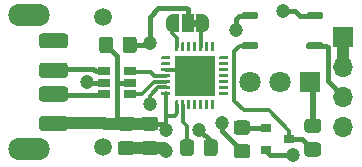
<source format=gtl>
G04 #@! TF.GenerationSoftware,KiCad,Pcbnew,5.1.9+dfsg1-1+deb11u1*
G04 #@! TF.CreationDate,2023-08-09T03:16:42+03:00*
G04 #@! TF.ProjectId,PTT-USB-Cable,5054542d-5553-4422-9d43-61626c652e6b,A*
G04 #@! TF.SameCoordinates,Original*
G04 #@! TF.FileFunction,Copper,L1,Top*
G04 #@! TF.FilePolarity,Positive*
%FSLAX46Y46*%
G04 Gerber Fmt 4.6, Leading zero omitted, Abs format (unit mm)*
G04 Created by KiCad (PCBNEW 5.1.9+dfsg1-1+deb11u1) date 2023-08-09 03:16:42*
%MOMM*%
%LPD*%
G01*
G04 APERTURE LIST*
G04 #@! TA.AperFunction,EtchedComponent*
%ADD10C,0.100000*%
G04 #@! TD*
G04 #@! TA.AperFunction,ComponentPad*
%ADD11C,1.500000*%
G04 #@! TD*
G04 #@! TA.AperFunction,ComponentPad*
%ADD12R,1.700000X1.700000*%
G04 #@! TD*
G04 #@! TA.AperFunction,ComponentPad*
%ADD13O,1.700000X1.700000*%
G04 #@! TD*
G04 #@! TA.AperFunction,ComponentPad*
%ADD14O,3.500000X1.900000*%
G04 #@! TD*
G04 #@! TA.AperFunction,ComponentPad*
%ADD15C,0.500000*%
G04 #@! TD*
G04 #@! TA.AperFunction,SMDPad,CuDef*
%ADD16R,3.350000X3.350000*%
G04 #@! TD*
G04 #@! TA.AperFunction,SMDPad,CuDef*
%ADD17C,0.100000*%
G04 #@! TD*
G04 #@! TA.AperFunction,SMDPad,CuDef*
%ADD18R,1.000000X1.500000*%
G04 #@! TD*
G04 #@! TA.AperFunction,ComponentPad*
%ADD19C,1.800000*%
G04 #@! TD*
G04 #@! TA.AperFunction,ComponentPad*
%ADD20R,1.800000X1.800000*%
G04 #@! TD*
G04 #@! TA.AperFunction,SMDPad,CuDef*
%ADD21R,0.900000X0.800000*%
G04 #@! TD*
G04 #@! TA.AperFunction,SMDPad,CuDef*
%ADD22R,1.060000X0.650000*%
G04 #@! TD*
G04 #@! TA.AperFunction,ViaPad*
%ADD23C,1.200000*%
G04 #@! TD*
G04 #@! TA.AperFunction,Conductor*
%ADD24C,0.400000*%
G04 #@! TD*
G04 #@! TA.AperFunction,Conductor*
%ADD25C,0.300000*%
G04 #@! TD*
G04 #@! TA.AperFunction,Conductor*
%ADD26C,1.000000*%
G04 #@! TD*
G04 #@! TA.AperFunction,Conductor*
%ADD27C,0.500000*%
G04 #@! TD*
G04 APERTURE END LIST*
D10*
G36*
X66600000Y-102150000D02*
G01*
X66100000Y-102150000D01*
X66100000Y-101550000D01*
X66600000Y-101550000D01*
X66600000Y-102150000D01*
G37*
G04 #@! TA.AperFunction,SMDPad,CuDef*
G36*
G01*
X75750000Y-101367500D02*
X75750000Y-101092500D01*
G75*
G02*
X75887500Y-100955000I137500J0D01*
G01*
X77062500Y-100955000D01*
G75*
G02*
X77200000Y-101092500I0J-137500D01*
G01*
X77200000Y-101367500D01*
G75*
G02*
X77062500Y-101505000I-137500J0D01*
G01*
X75887500Y-101505000D01*
G75*
G02*
X75750000Y-101367500I0J137500D01*
G01*
G37*
G04 #@! TD.AperFunction*
G04 #@! TA.AperFunction,SMDPad,CuDef*
G36*
G01*
X75750000Y-103907500D02*
X75750000Y-103632500D01*
G75*
G02*
X75887500Y-103495000I137500J0D01*
G01*
X77062500Y-103495000D01*
G75*
G02*
X77200000Y-103632500I0J-137500D01*
G01*
X77200000Y-103907500D01*
G75*
G02*
X77062500Y-104045000I-137500J0D01*
G01*
X75887500Y-104045000D01*
G75*
G02*
X75750000Y-103907500I0J137500D01*
G01*
G37*
G04 #@! TD.AperFunction*
G04 #@! TA.AperFunction,SMDPad,CuDef*
G36*
G01*
X70250000Y-103907500D02*
X70250000Y-103632500D01*
G75*
G02*
X70387500Y-103495000I137500J0D01*
G01*
X71562500Y-103495000D01*
G75*
G02*
X71700000Y-103632500I0J-137500D01*
G01*
X71700000Y-103907500D01*
G75*
G02*
X71562500Y-104045000I-137500J0D01*
G01*
X70387500Y-104045000D01*
G75*
G02*
X70250000Y-103907500I0J137500D01*
G01*
G37*
G04 #@! TD.AperFunction*
G04 #@! TA.AperFunction,SMDPad,CuDef*
G36*
G01*
X70250000Y-101367500D02*
X70250000Y-101092500D01*
G75*
G02*
X70387500Y-100955000I137500J0D01*
G01*
X71562500Y-100955000D01*
G75*
G02*
X71700000Y-101092500I0J-137500D01*
G01*
X71700000Y-101367500D01*
G75*
G02*
X71562500Y-101505000I-137500J0D01*
G01*
X70387500Y-101505000D01*
G75*
G02*
X70250000Y-101367500I0J137500D01*
G01*
G37*
G04 #@! TD.AperFunction*
D11*
X58500000Y-112350000D03*
X58500000Y-101350000D03*
D12*
X78900000Y-103000000D03*
D13*
X78900000Y-105540000D03*
X78900000Y-108080000D03*
X78900000Y-110620000D03*
G04 #@! TA.AperFunction,ComponentPad*
G36*
G01*
X55600000Y-107525000D02*
X55600000Y-108175000D01*
G75*
G02*
X55275000Y-108500000I-325000J0D01*
G01*
X53425000Y-108500000D01*
G75*
G02*
X53100000Y-108175000I0J325000D01*
G01*
X53100000Y-107525000D01*
G75*
G02*
X53425000Y-107200000I325000J0D01*
G01*
X55275000Y-107200000D01*
G75*
G02*
X55600000Y-107525000I0J-325000D01*
G01*
G37*
G04 #@! TD.AperFunction*
G04 #@! TA.AperFunction,ComponentPad*
G36*
G01*
X55600000Y-105525000D02*
X55600000Y-106175000D01*
G75*
G02*
X55275000Y-106500000I-325000J0D01*
G01*
X53425000Y-106500000D01*
G75*
G02*
X53100000Y-106175000I0J325000D01*
G01*
X53100000Y-105525000D01*
G75*
G02*
X53425000Y-105200000I325000J0D01*
G01*
X55275000Y-105200000D01*
G75*
G02*
X55600000Y-105525000I0J-325000D01*
G01*
G37*
G04 #@! TD.AperFunction*
G04 #@! TA.AperFunction,ComponentPad*
G36*
G01*
X55600000Y-110025000D02*
X55600000Y-110675000D01*
G75*
G02*
X55275000Y-111000000I-325000J0D01*
G01*
X53425000Y-111000000D01*
G75*
G02*
X53100000Y-110675000I0J325000D01*
G01*
X53100000Y-110025000D01*
G75*
G02*
X53425000Y-109700000I325000J0D01*
G01*
X55275000Y-109700000D01*
G75*
G02*
X55600000Y-110025000I0J-325000D01*
G01*
G37*
G04 #@! TD.AperFunction*
G04 #@! TA.AperFunction,ComponentPad*
G36*
G01*
X55600000Y-103025000D02*
X55600000Y-103675000D01*
G75*
G02*
X55275000Y-104000000I-325000J0D01*
G01*
X53425000Y-104000000D01*
G75*
G02*
X53100000Y-103675000I0J325000D01*
G01*
X53100000Y-103025000D01*
G75*
G02*
X53425000Y-102700000I325000J0D01*
G01*
X55275000Y-102700000D01*
G75*
G02*
X55600000Y-103025000I0J-325000D01*
G01*
G37*
G04 #@! TD.AperFunction*
D14*
X52300000Y-112550000D03*
X52300000Y-101150000D03*
D15*
X67300000Y-107300000D03*
X66300000Y-107300000D03*
X65300000Y-107300000D03*
X67300000Y-106300000D03*
X66300000Y-106300000D03*
X65300000Y-106300000D03*
X67300000Y-105300000D03*
X66300000Y-105300000D03*
X65300000Y-105300000D03*
D16*
X66300000Y-106300000D03*
G04 #@! TA.AperFunction,SMDPad,CuDef*
G36*
G01*
X64675000Y-104187500D02*
X64675000Y-103512500D01*
G75*
G02*
X64737500Y-103450000I62500J0D01*
G01*
X64862500Y-103450000D01*
G75*
G02*
X64925000Y-103512500I0J-62500D01*
G01*
X64925000Y-104187500D01*
G75*
G02*
X64862500Y-104250000I-62500J0D01*
G01*
X64737500Y-104250000D01*
G75*
G02*
X64675000Y-104187500I0J62500D01*
G01*
G37*
G04 #@! TD.AperFunction*
G04 #@! TA.AperFunction,SMDPad,CuDef*
G36*
G01*
X65175000Y-104187500D02*
X65175000Y-103512500D01*
G75*
G02*
X65237500Y-103450000I62500J0D01*
G01*
X65362500Y-103450000D01*
G75*
G02*
X65425000Y-103512500I0J-62500D01*
G01*
X65425000Y-104187500D01*
G75*
G02*
X65362500Y-104250000I-62500J0D01*
G01*
X65237500Y-104250000D01*
G75*
G02*
X65175000Y-104187500I0J62500D01*
G01*
G37*
G04 #@! TD.AperFunction*
G04 #@! TA.AperFunction,SMDPad,CuDef*
G36*
G01*
X65675000Y-104187500D02*
X65675000Y-103512500D01*
G75*
G02*
X65737500Y-103450000I62500J0D01*
G01*
X65862500Y-103450000D01*
G75*
G02*
X65925000Y-103512500I0J-62500D01*
G01*
X65925000Y-104187500D01*
G75*
G02*
X65862500Y-104250000I-62500J0D01*
G01*
X65737500Y-104250000D01*
G75*
G02*
X65675000Y-104187500I0J62500D01*
G01*
G37*
G04 #@! TD.AperFunction*
G04 #@! TA.AperFunction,SMDPad,CuDef*
G36*
G01*
X66175000Y-104187500D02*
X66175000Y-103512500D01*
G75*
G02*
X66237500Y-103450000I62500J0D01*
G01*
X66362500Y-103450000D01*
G75*
G02*
X66425000Y-103512500I0J-62500D01*
G01*
X66425000Y-104187500D01*
G75*
G02*
X66362500Y-104250000I-62500J0D01*
G01*
X66237500Y-104250000D01*
G75*
G02*
X66175000Y-104187500I0J62500D01*
G01*
G37*
G04 #@! TD.AperFunction*
G04 #@! TA.AperFunction,SMDPad,CuDef*
G36*
G01*
X66675000Y-104187500D02*
X66675000Y-103512500D01*
G75*
G02*
X66737500Y-103450000I62500J0D01*
G01*
X66862500Y-103450000D01*
G75*
G02*
X66925000Y-103512500I0J-62500D01*
G01*
X66925000Y-104187500D01*
G75*
G02*
X66862500Y-104250000I-62500J0D01*
G01*
X66737500Y-104250000D01*
G75*
G02*
X66675000Y-104187500I0J62500D01*
G01*
G37*
G04 #@! TD.AperFunction*
G04 #@! TA.AperFunction,SMDPad,CuDef*
G36*
G01*
X67175000Y-104187500D02*
X67175000Y-103512500D01*
G75*
G02*
X67237500Y-103450000I62500J0D01*
G01*
X67362500Y-103450000D01*
G75*
G02*
X67425000Y-103512500I0J-62500D01*
G01*
X67425000Y-104187500D01*
G75*
G02*
X67362500Y-104250000I-62500J0D01*
G01*
X67237500Y-104250000D01*
G75*
G02*
X67175000Y-104187500I0J62500D01*
G01*
G37*
G04 #@! TD.AperFunction*
G04 #@! TA.AperFunction,SMDPad,CuDef*
G36*
G01*
X67675000Y-104187500D02*
X67675000Y-103512500D01*
G75*
G02*
X67737500Y-103450000I62500J0D01*
G01*
X67862500Y-103450000D01*
G75*
G02*
X67925000Y-103512500I0J-62500D01*
G01*
X67925000Y-104187500D01*
G75*
G02*
X67862500Y-104250000I-62500J0D01*
G01*
X67737500Y-104250000D01*
G75*
G02*
X67675000Y-104187500I0J62500D01*
G01*
G37*
G04 #@! TD.AperFunction*
G04 #@! TA.AperFunction,SMDPad,CuDef*
G36*
G01*
X68350000Y-104862500D02*
X68350000Y-104737500D01*
G75*
G02*
X68412500Y-104675000I62500J0D01*
G01*
X69087500Y-104675000D01*
G75*
G02*
X69150000Y-104737500I0J-62500D01*
G01*
X69150000Y-104862500D01*
G75*
G02*
X69087500Y-104925000I-62500J0D01*
G01*
X68412500Y-104925000D01*
G75*
G02*
X68350000Y-104862500I0J62500D01*
G01*
G37*
G04 #@! TD.AperFunction*
G04 #@! TA.AperFunction,SMDPad,CuDef*
G36*
G01*
X68350000Y-105362500D02*
X68350000Y-105237500D01*
G75*
G02*
X68412500Y-105175000I62500J0D01*
G01*
X69087500Y-105175000D01*
G75*
G02*
X69150000Y-105237500I0J-62500D01*
G01*
X69150000Y-105362500D01*
G75*
G02*
X69087500Y-105425000I-62500J0D01*
G01*
X68412500Y-105425000D01*
G75*
G02*
X68350000Y-105362500I0J62500D01*
G01*
G37*
G04 #@! TD.AperFunction*
G04 #@! TA.AperFunction,SMDPad,CuDef*
G36*
G01*
X68350000Y-105862500D02*
X68350000Y-105737500D01*
G75*
G02*
X68412500Y-105675000I62500J0D01*
G01*
X69087500Y-105675000D01*
G75*
G02*
X69150000Y-105737500I0J-62500D01*
G01*
X69150000Y-105862500D01*
G75*
G02*
X69087500Y-105925000I-62500J0D01*
G01*
X68412500Y-105925000D01*
G75*
G02*
X68350000Y-105862500I0J62500D01*
G01*
G37*
G04 #@! TD.AperFunction*
G04 #@! TA.AperFunction,SMDPad,CuDef*
G36*
G01*
X68350000Y-106362500D02*
X68350000Y-106237500D01*
G75*
G02*
X68412500Y-106175000I62500J0D01*
G01*
X69087500Y-106175000D01*
G75*
G02*
X69150000Y-106237500I0J-62500D01*
G01*
X69150000Y-106362500D01*
G75*
G02*
X69087500Y-106425000I-62500J0D01*
G01*
X68412500Y-106425000D01*
G75*
G02*
X68350000Y-106362500I0J62500D01*
G01*
G37*
G04 #@! TD.AperFunction*
G04 #@! TA.AperFunction,SMDPad,CuDef*
G36*
G01*
X68350000Y-106862500D02*
X68350000Y-106737500D01*
G75*
G02*
X68412500Y-106675000I62500J0D01*
G01*
X69087500Y-106675000D01*
G75*
G02*
X69150000Y-106737500I0J-62500D01*
G01*
X69150000Y-106862500D01*
G75*
G02*
X69087500Y-106925000I-62500J0D01*
G01*
X68412500Y-106925000D01*
G75*
G02*
X68350000Y-106862500I0J62500D01*
G01*
G37*
G04 #@! TD.AperFunction*
G04 #@! TA.AperFunction,SMDPad,CuDef*
G36*
G01*
X68350000Y-107362500D02*
X68350000Y-107237500D01*
G75*
G02*
X68412500Y-107175000I62500J0D01*
G01*
X69087500Y-107175000D01*
G75*
G02*
X69150000Y-107237500I0J-62500D01*
G01*
X69150000Y-107362500D01*
G75*
G02*
X69087500Y-107425000I-62500J0D01*
G01*
X68412500Y-107425000D01*
G75*
G02*
X68350000Y-107362500I0J62500D01*
G01*
G37*
G04 #@! TD.AperFunction*
G04 #@! TA.AperFunction,SMDPad,CuDef*
G36*
G01*
X68350000Y-107862500D02*
X68350000Y-107737500D01*
G75*
G02*
X68412500Y-107675000I62500J0D01*
G01*
X69087500Y-107675000D01*
G75*
G02*
X69150000Y-107737500I0J-62500D01*
G01*
X69150000Y-107862500D01*
G75*
G02*
X69087500Y-107925000I-62500J0D01*
G01*
X68412500Y-107925000D01*
G75*
G02*
X68350000Y-107862500I0J62500D01*
G01*
G37*
G04 #@! TD.AperFunction*
G04 #@! TA.AperFunction,SMDPad,CuDef*
G36*
G01*
X67675000Y-109087500D02*
X67675000Y-108412500D01*
G75*
G02*
X67737500Y-108350000I62500J0D01*
G01*
X67862500Y-108350000D01*
G75*
G02*
X67925000Y-108412500I0J-62500D01*
G01*
X67925000Y-109087500D01*
G75*
G02*
X67862500Y-109150000I-62500J0D01*
G01*
X67737500Y-109150000D01*
G75*
G02*
X67675000Y-109087500I0J62500D01*
G01*
G37*
G04 #@! TD.AperFunction*
G04 #@! TA.AperFunction,SMDPad,CuDef*
G36*
G01*
X67175000Y-109087500D02*
X67175000Y-108412500D01*
G75*
G02*
X67237500Y-108350000I62500J0D01*
G01*
X67362500Y-108350000D01*
G75*
G02*
X67425000Y-108412500I0J-62500D01*
G01*
X67425000Y-109087500D01*
G75*
G02*
X67362500Y-109150000I-62500J0D01*
G01*
X67237500Y-109150000D01*
G75*
G02*
X67175000Y-109087500I0J62500D01*
G01*
G37*
G04 #@! TD.AperFunction*
G04 #@! TA.AperFunction,SMDPad,CuDef*
G36*
G01*
X66675000Y-109087500D02*
X66675000Y-108412500D01*
G75*
G02*
X66737500Y-108350000I62500J0D01*
G01*
X66862500Y-108350000D01*
G75*
G02*
X66925000Y-108412500I0J-62500D01*
G01*
X66925000Y-109087500D01*
G75*
G02*
X66862500Y-109150000I-62500J0D01*
G01*
X66737500Y-109150000D01*
G75*
G02*
X66675000Y-109087500I0J62500D01*
G01*
G37*
G04 #@! TD.AperFunction*
G04 #@! TA.AperFunction,SMDPad,CuDef*
G36*
G01*
X66175000Y-109087500D02*
X66175000Y-108412500D01*
G75*
G02*
X66237500Y-108350000I62500J0D01*
G01*
X66362500Y-108350000D01*
G75*
G02*
X66425000Y-108412500I0J-62500D01*
G01*
X66425000Y-109087500D01*
G75*
G02*
X66362500Y-109150000I-62500J0D01*
G01*
X66237500Y-109150000D01*
G75*
G02*
X66175000Y-109087500I0J62500D01*
G01*
G37*
G04 #@! TD.AperFunction*
G04 #@! TA.AperFunction,SMDPad,CuDef*
G36*
G01*
X65675000Y-109087500D02*
X65675000Y-108412500D01*
G75*
G02*
X65737500Y-108350000I62500J0D01*
G01*
X65862500Y-108350000D01*
G75*
G02*
X65925000Y-108412500I0J-62500D01*
G01*
X65925000Y-109087500D01*
G75*
G02*
X65862500Y-109150000I-62500J0D01*
G01*
X65737500Y-109150000D01*
G75*
G02*
X65675000Y-109087500I0J62500D01*
G01*
G37*
G04 #@! TD.AperFunction*
G04 #@! TA.AperFunction,SMDPad,CuDef*
G36*
G01*
X65175000Y-109087500D02*
X65175000Y-108412500D01*
G75*
G02*
X65237500Y-108350000I62500J0D01*
G01*
X65362500Y-108350000D01*
G75*
G02*
X65425000Y-108412500I0J-62500D01*
G01*
X65425000Y-109087500D01*
G75*
G02*
X65362500Y-109150000I-62500J0D01*
G01*
X65237500Y-109150000D01*
G75*
G02*
X65175000Y-109087500I0J62500D01*
G01*
G37*
G04 #@! TD.AperFunction*
G04 #@! TA.AperFunction,SMDPad,CuDef*
G36*
G01*
X64675000Y-109087500D02*
X64675000Y-108412500D01*
G75*
G02*
X64737500Y-108350000I62500J0D01*
G01*
X64862500Y-108350000D01*
G75*
G02*
X64925000Y-108412500I0J-62500D01*
G01*
X64925000Y-109087500D01*
G75*
G02*
X64862500Y-109150000I-62500J0D01*
G01*
X64737500Y-109150000D01*
G75*
G02*
X64675000Y-109087500I0J62500D01*
G01*
G37*
G04 #@! TD.AperFunction*
G04 #@! TA.AperFunction,SMDPad,CuDef*
G36*
G01*
X63450000Y-107862500D02*
X63450000Y-107737500D01*
G75*
G02*
X63512500Y-107675000I62500J0D01*
G01*
X64187500Y-107675000D01*
G75*
G02*
X64250000Y-107737500I0J-62500D01*
G01*
X64250000Y-107862500D01*
G75*
G02*
X64187500Y-107925000I-62500J0D01*
G01*
X63512500Y-107925000D01*
G75*
G02*
X63450000Y-107862500I0J62500D01*
G01*
G37*
G04 #@! TD.AperFunction*
G04 #@! TA.AperFunction,SMDPad,CuDef*
G36*
G01*
X63450000Y-107362500D02*
X63450000Y-107237500D01*
G75*
G02*
X63512500Y-107175000I62500J0D01*
G01*
X64187500Y-107175000D01*
G75*
G02*
X64250000Y-107237500I0J-62500D01*
G01*
X64250000Y-107362500D01*
G75*
G02*
X64187500Y-107425000I-62500J0D01*
G01*
X63512500Y-107425000D01*
G75*
G02*
X63450000Y-107362500I0J62500D01*
G01*
G37*
G04 #@! TD.AperFunction*
G04 #@! TA.AperFunction,SMDPad,CuDef*
G36*
G01*
X63450000Y-106862500D02*
X63450000Y-106737500D01*
G75*
G02*
X63512500Y-106675000I62500J0D01*
G01*
X64187500Y-106675000D01*
G75*
G02*
X64250000Y-106737500I0J-62500D01*
G01*
X64250000Y-106862500D01*
G75*
G02*
X64187500Y-106925000I-62500J0D01*
G01*
X63512500Y-106925000D01*
G75*
G02*
X63450000Y-106862500I0J62500D01*
G01*
G37*
G04 #@! TD.AperFunction*
G04 #@! TA.AperFunction,SMDPad,CuDef*
G36*
G01*
X63450000Y-106362500D02*
X63450000Y-106237500D01*
G75*
G02*
X63512500Y-106175000I62500J0D01*
G01*
X64187500Y-106175000D01*
G75*
G02*
X64250000Y-106237500I0J-62500D01*
G01*
X64250000Y-106362500D01*
G75*
G02*
X64187500Y-106425000I-62500J0D01*
G01*
X63512500Y-106425000D01*
G75*
G02*
X63450000Y-106362500I0J62500D01*
G01*
G37*
G04 #@! TD.AperFunction*
G04 #@! TA.AperFunction,SMDPad,CuDef*
G36*
G01*
X63450000Y-105862500D02*
X63450000Y-105737500D01*
G75*
G02*
X63512500Y-105675000I62500J0D01*
G01*
X64187500Y-105675000D01*
G75*
G02*
X64250000Y-105737500I0J-62500D01*
G01*
X64250000Y-105862500D01*
G75*
G02*
X64187500Y-105925000I-62500J0D01*
G01*
X63512500Y-105925000D01*
G75*
G02*
X63450000Y-105862500I0J62500D01*
G01*
G37*
G04 #@! TD.AperFunction*
G04 #@! TA.AperFunction,SMDPad,CuDef*
G36*
G01*
X63450000Y-105362500D02*
X63450000Y-105237500D01*
G75*
G02*
X63512500Y-105175000I62500J0D01*
G01*
X64187500Y-105175000D01*
G75*
G02*
X64250000Y-105237500I0J-62500D01*
G01*
X64250000Y-105362500D01*
G75*
G02*
X64187500Y-105425000I-62500J0D01*
G01*
X63512500Y-105425000D01*
G75*
G02*
X63450000Y-105362500I0J62500D01*
G01*
G37*
G04 #@! TD.AperFunction*
G04 #@! TA.AperFunction,SMDPad,CuDef*
G36*
G01*
X63450000Y-104862500D02*
X63450000Y-104737500D01*
G75*
G02*
X63512500Y-104675000I62500J0D01*
G01*
X64187500Y-104675000D01*
G75*
G02*
X64250000Y-104737500I0J-62500D01*
G01*
X64250000Y-104862500D01*
G75*
G02*
X64187500Y-104925000I-62500J0D01*
G01*
X63512500Y-104925000D01*
G75*
G02*
X63450000Y-104862500I0J62500D01*
G01*
G37*
G04 #@! TD.AperFunction*
G04 #@! TA.AperFunction,SMDPad,CuDef*
D17*
G36*
X64400000Y-102599398D02*
G01*
X64375466Y-102599398D01*
X64326635Y-102594588D01*
X64278510Y-102585016D01*
X64231555Y-102570772D01*
X64186222Y-102551995D01*
X64142949Y-102528864D01*
X64102150Y-102501604D01*
X64064221Y-102470476D01*
X64029524Y-102435779D01*
X63998396Y-102397850D01*
X63971136Y-102357051D01*
X63948005Y-102313778D01*
X63929228Y-102268445D01*
X63914984Y-102221490D01*
X63905412Y-102173365D01*
X63900602Y-102124534D01*
X63900602Y-102100000D01*
X63900000Y-102100000D01*
X63900000Y-101600000D01*
X63900602Y-101600000D01*
X63900602Y-101575466D01*
X63905412Y-101526635D01*
X63914984Y-101478510D01*
X63929228Y-101431555D01*
X63948005Y-101386222D01*
X63971136Y-101342949D01*
X63998396Y-101302150D01*
X64029524Y-101264221D01*
X64064221Y-101229524D01*
X64102150Y-101198396D01*
X64142949Y-101171136D01*
X64186222Y-101148005D01*
X64231555Y-101129228D01*
X64278510Y-101114984D01*
X64326635Y-101105412D01*
X64375466Y-101100602D01*
X64400000Y-101100602D01*
X64400000Y-101100000D01*
X64950000Y-101100000D01*
X64950000Y-102600000D01*
X64400000Y-102600000D01*
X64400000Y-102599398D01*
G37*
G04 #@! TD.AperFunction*
D18*
X65700000Y-101850000D03*
G04 #@! TA.AperFunction,SMDPad,CuDef*
D17*
G36*
X66450000Y-101100000D02*
G01*
X67000000Y-101100000D01*
X67000000Y-101100602D01*
X67024534Y-101100602D01*
X67073365Y-101105412D01*
X67121490Y-101114984D01*
X67168445Y-101129228D01*
X67213778Y-101148005D01*
X67257051Y-101171136D01*
X67297850Y-101198396D01*
X67335779Y-101229524D01*
X67370476Y-101264221D01*
X67401604Y-101302150D01*
X67428864Y-101342949D01*
X67451995Y-101386222D01*
X67470772Y-101431555D01*
X67485016Y-101478510D01*
X67494588Y-101526635D01*
X67499398Y-101575466D01*
X67499398Y-101600000D01*
X67500000Y-101600000D01*
X67500000Y-102100000D01*
X67499398Y-102100000D01*
X67499398Y-102124534D01*
X67494588Y-102173365D01*
X67485016Y-102221490D01*
X67470772Y-102268445D01*
X67451995Y-102313778D01*
X67428864Y-102357051D01*
X67401604Y-102397850D01*
X67370476Y-102435779D01*
X67335779Y-102470476D01*
X67297850Y-102501604D01*
X67257051Y-102528864D01*
X67213778Y-102551995D01*
X67168445Y-102570772D01*
X67121490Y-102585016D01*
X67073365Y-102594588D01*
X67024534Y-102599398D01*
X67000000Y-102599398D01*
X67000000Y-102600000D01*
X66450000Y-102600000D01*
X66450000Y-101100000D01*
G37*
G04 #@! TD.AperFunction*
G04 #@! TA.AperFunction,SMDPad,CuDef*
G36*
G01*
X60025000Y-111850000D02*
X60975000Y-111850000D01*
G75*
G02*
X61225000Y-112100000I0J-250000D01*
G01*
X61225000Y-112775000D01*
G75*
G02*
X60975000Y-113025000I-250000J0D01*
G01*
X60025000Y-113025000D01*
G75*
G02*
X59775000Y-112775000I0J250000D01*
G01*
X59775000Y-112100000D01*
G75*
G02*
X60025000Y-111850000I250000J0D01*
G01*
G37*
G04 #@! TD.AperFunction*
G04 #@! TA.AperFunction,SMDPad,CuDef*
G36*
G01*
X60025000Y-109775000D02*
X60975000Y-109775000D01*
G75*
G02*
X61225000Y-110025000I0J-250000D01*
G01*
X61225000Y-110700000D01*
G75*
G02*
X60975000Y-110950000I-250000J0D01*
G01*
X60025000Y-110950000D01*
G75*
G02*
X59775000Y-110700000I0J250000D01*
G01*
X59775000Y-110025000D01*
G75*
G02*
X60025000Y-109775000I250000J0D01*
G01*
G37*
G04 #@! TD.AperFunction*
G04 #@! TA.AperFunction,SMDPad,CuDef*
G36*
G01*
X62025000Y-111850000D02*
X62975000Y-111850000D01*
G75*
G02*
X63225000Y-112100000I0J-250000D01*
G01*
X63225000Y-112775000D01*
G75*
G02*
X62975000Y-113025000I-250000J0D01*
G01*
X62025000Y-113025000D01*
G75*
G02*
X61775000Y-112775000I0J250000D01*
G01*
X61775000Y-112100000D01*
G75*
G02*
X62025000Y-111850000I250000J0D01*
G01*
G37*
G04 #@! TD.AperFunction*
G04 #@! TA.AperFunction,SMDPad,CuDef*
G36*
G01*
X62025000Y-109775000D02*
X62975000Y-109775000D01*
G75*
G02*
X63225000Y-110025000I0J-250000D01*
G01*
X63225000Y-110700000D01*
G75*
G02*
X62975000Y-110950000I-250000J0D01*
G01*
X62025000Y-110950000D01*
G75*
G02*
X61775000Y-110700000I0J250000D01*
G01*
X61775000Y-110025000D01*
G75*
G02*
X62025000Y-109775000I250000J0D01*
G01*
G37*
G04 #@! TD.AperFunction*
D19*
X71020000Y-106800000D03*
X73560000Y-106800000D03*
D20*
X76100000Y-106800000D03*
D21*
X74300000Y-111650000D03*
X72300000Y-112600000D03*
X72300000Y-110700000D03*
G04 #@! TA.AperFunction,SMDPad,CuDef*
G36*
G01*
X66250000Y-111949999D02*
X66250000Y-112850001D01*
G75*
G02*
X66000001Y-113100000I-249999J0D01*
G01*
X65299999Y-113100000D01*
G75*
G02*
X65050000Y-112850001I0J249999D01*
G01*
X65050000Y-111949999D01*
G75*
G02*
X65299999Y-111700000I249999J0D01*
G01*
X66000001Y-111700000D01*
G75*
G02*
X66250000Y-111949999I0J-249999D01*
G01*
G37*
G04 #@! TD.AperFunction*
G04 #@! TA.AperFunction,SMDPad,CuDef*
G36*
G01*
X68250000Y-111949999D02*
X68250000Y-112850001D01*
G75*
G02*
X68000001Y-113100000I-249999J0D01*
G01*
X67299999Y-113100000D01*
G75*
G02*
X67050000Y-112850001I0J249999D01*
G01*
X67050000Y-111949999D01*
G75*
G02*
X67299999Y-111700000I249999J0D01*
G01*
X68000001Y-111700000D01*
G75*
G02*
X68250000Y-111949999I0J-249999D01*
G01*
G37*
G04 #@! TD.AperFunction*
G04 #@! TA.AperFunction,SMDPad,CuDef*
G36*
G01*
X60200000Y-104150001D02*
X60200000Y-103249999D01*
G75*
G02*
X60449999Y-103000000I249999J0D01*
G01*
X61150001Y-103000000D01*
G75*
G02*
X61400000Y-103249999I0J-249999D01*
G01*
X61400000Y-104150001D01*
G75*
G02*
X61150001Y-104400000I-249999J0D01*
G01*
X60449999Y-104400000D01*
G75*
G02*
X60200000Y-104150001I0J249999D01*
G01*
G37*
G04 #@! TD.AperFunction*
G04 #@! TA.AperFunction,SMDPad,CuDef*
G36*
G01*
X58200000Y-104150001D02*
X58200000Y-103249999D01*
G75*
G02*
X58449999Y-103000000I249999J0D01*
G01*
X59150001Y-103000000D01*
G75*
G02*
X59400000Y-103249999I0J-249999D01*
G01*
X59400000Y-104150001D01*
G75*
G02*
X59150001Y-104400000I-249999J0D01*
G01*
X58449999Y-104400000D01*
G75*
G02*
X58200000Y-104150001I0J249999D01*
G01*
G37*
G04 #@! TD.AperFunction*
G04 #@! TA.AperFunction,SMDPad,CuDef*
G36*
G01*
X69849999Y-112100000D02*
X70750001Y-112100000D01*
G75*
G02*
X71000000Y-112349999I0J-249999D01*
G01*
X71000000Y-113050001D01*
G75*
G02*
X70750001Y-113300000I-249999J0D01*
G01*
X69849999Y-113300000D01*
G75*
G02*
X69600000Y-113050001I0J249999D01*
G01*
X69600000Y-112349999D01*
G75*
G02*
X69849999Y-112100000I249999J0D01*
G01*
G37*
G04 #@! TD.AperFunction*
G04 #@! TA.AperFunction,SMDPad,CuDef*
G36*
G01*
X69849999Y-110100000D02*
X70750001Y-110100000D01*
G75*
G02*
X71000000Y-110349999I0J-249999D01*
G01*
X71000000Y-111050001D01*
G75*
G02*
X70750001Y-111300000I-249999J0D01*
G01*
X69849999Y-111300000D01*
G75*
G02*
X69600000Y-111050001I0J249999D01*
G01*
X69600000Y-110349999D01*
G75*
G02*
X69849999Y-110100000I249999J0D01*
G01*
G37*
G04 #@! TD.AperFunction*
G04 #@! TA.AperFunction,SMDPad,CuDef*
G36*
G01*
X75849999Y-111950000D02*
X76750001Y-111950000D01*
G75*
G02*
X77000000Y-112199999I0J-249999D01*
G01*
X77000000Y-112900001D01*
G75*
G02*
X76750001Y-113150000I-249999J0D01*
G01*
X75849999Y-113150000D01*
G75*
G02*
X75600000Y-112900001I0J249999D01*
G01*
X75600000Y-112199999D01*
G75*
G02*
X75849999Y-111950000I249999J0D01*
G01*
G37*
G04 #@! TD.AperFunction*
G04 #@! TA.AperFunction,SMDPad,CuDef*
G36*
G01*
X75849999Y-109950000D02*
X76750001Y-109950000D01*
G75*
G02*
X77000000Y-110199999I0J-249999D01*
G01*
X77000000Y-110900001D01*
G75*
G02*
X76750001Y-111150000I-249999J0D01*
G01*
X75849999Y-111150000D01*
G75*
G02*
X75600000Y-110900001I0J249999D01*
G01*
X75600000Y-110199999D01*
G75*
G02*
X75849999Y-109950000I249999J0D01*
G01*
G37*
G04 #@! TD.AperFunction*
D22*
X60800000Y-106900000D03*
X60800000Y-105950000D03*
X60800000Y-107850000D03*
X58600000Y-107850000D03*
X58600000Y-106900000D03*
X58600000Y-105950000D03*
D23*
X57200000Y-106850000D03*
X74600000Y-113000000D03*
X63900000Y-112650000D03*
X63876471Y-110873529D03*
X66700000Y-110900000D03*
X62500000Y-108700000D03*
X62500000Y-103550000D03*
X68600000Y-110300000D03*
X69800000Y-102425000D03*
X73800000Y-100800000D03*
D24*
X58600000Y-106900000D02*
X57250000Y-106900000D01*
X57250000Y-106900000D02*
X57200000Y-106850000D01*
D25*
X65800000Y-105800000D02*
X66300000Y-106300000D01*
X63850000Y-105800000D02*
X65800000Y-105800000D01*
D26*
X60500000Y-112437500D02*
X62500000Y-112437500D01*
X62500000Y-112437500D02*
X63687500Y-112437500D01*
X63687500Y-112437500D02*
X63900000Y-112650000D01*
D24*
X72700000Y-113000000D02*
X72300000Y-112600000D01*
X74600000Y-113000000D02*
X72700000Y-113000000D01*
D26*
X55050000Y-110350000D02*
X58612500Y-110350000D01*
X58700000Y-110362500D02*
X59562500Y-110362500D01*
X59562500Y-110362500D02*
X60700000Y-110362500D01*
D25*
X63850000Y-107800000D02*
X63850000Y-109150000D01*
D26*
X60500000Y-110362500D02*
X62500000Y-110362500D01*
D24*
X63876471Y-110873529D02*
X63876471Y-110676471D01*
X63562500Y-110362500D02*
X62500000Y-110362500D01*
X63876471Y-110676471D02*
X63562500Y-110362500D01*
D25*
X63850000Y-110847058D02*
X63876471Y-110873529D01*
X63850000Y-109700000D02*
X64599990Y-109700000D01*
X63850000Y-109700000D02*
X63850000Y-110847058D01*
X63850000Y-109150000D02*
X63850000Y-109700000D01*
X64800000Y-109499990D02*
X64599990Y-109700000D01*
X64800000Y-108750000D02*
X64800000Y-109499990D01*
D24*
X59700000Y-104600000D02*
X58800000Y-103700000D01*
X59562500Y-110362500D02*
X59700000Y-110225000D01*
X59800000Y-106900000D02*
X59700000Y-106800000D01*
X60800000Y-106900000D02*
X59800000Y-106900000D01*
X59700000Y-110225000D02*
X59700000Y-106800000D01*
X59700000Y-106800000D02*
X59700000Y-104600000D01*
D25*
X63850000Y-107300000D02*
X63366622Y-107300000D01*
X63366622Y-107300000D02*
X63200000Y-107300000D01*
X63200000Y-107300000D02*
X62600000Y-107900000D01*
X62500000Y-108000000D02*
X62500000Y-108700000D01*
X62600000Y-107900000D02*
X62500000Y-108000000D01*
D24*
X67650000Y-111850000D02*
X66700000Y-110900000D01*
X67650000Y-112400000D02*
X67650000Y-111850000D01*
X76300000Y-106800000D02*
X76300000Y-110550000D01*
D27*
X76300000Y-107000000D02*
X76100000Y-106800000D01*
X76300000Y-110550000D02*
X76300000Y-107000000D01*
D24*
X54450001Y-105749999D02*
X54350000Y-105850000D01*
X57728001Y-105749999D02*
X54450001Y-105749999D01*
X57928002Y-105950000D02*
X57728001Y-105749999D01*
X58600000Y-105950000D02*
X57928002Y-105950000D01*
X58600000Y-107850000D02*
X58550000Y-107850000D01*
X58449999Y-107950001D02*
X54450001Y-107950001D01*
X54450001Y-107950001D02*
X54350000Y-107850000D01*
X58550000Y-107850000D02*
X58449999Y-107950001D01*
X78900000Y-103000000D02*
X78900000Y-102400000D01*
D26*
X78900000Y-103000000D02*
X78900000Y-105540000D01*
D25*
X66800000Y-101600000D02*
X67000000Y-101400000D01*
X66800000Y-103850000D02*
X66800000Y-101600000D01*
D24*
X65700000Y-100700000D02*
X65599990Y-100599990D01*
X65700000Y-101850000D02*
X65700000Y-100700000D01*
X60800000Y-103700000D02*
X62350000Y-103700000D01*
X62350000Y-103700000D02*
X62500000Y-103550000D01*
X62500000Y-103550000D02*
X62500000Y-101299980D01*
X65599990Y-100599990D02*
X63199990Y-100599990D01*
X62500000Y-101299980D02*
X63199990Y-100599990D01*
D25*
X64800000Y-103850000D02*
X64800000Y-103100000D01*
X64400000Y-102700000D02*
X64400000Y-101400000D01*
X64800000Y-103100000D02*
X64400000Y-102700000D01*
D24*
X70300000Y-112700000D02*
X68600000Y-111000000D01*
X68600000Y-111000000D02*
X68600000Y-110300000D01*
X72300000Y-110700000D02*
X70300000Y-110700000D01*
D25*
X65650000Y-110600000D02*
X65300000Y-110250000D01*
X65650000Y-112400000D02*
X65650000Y-110600000D01*
X65300000Y-108750000D02*
X65300000Y-110250000D01*
X61850000Y-107850000D02*
X60800000Y-107850000D01*
X63850000Y-106800000D02*
X62900000Y-106800000D01*
X62900000Y-106800000D02*
X61850000Y-107850000D01*
X60800000Y-107850000D02*
X61550000Y-107850000D01*
X63850000Y-106300000D02*
X62900000Y-106300000D01*
X62900000Y-106300000D02*
X62600000Y-106000000D01*
X60850000Y-106000000D02*
X60800000Y-105950000D01*
X62600000Y-106000000D02*
X60850000Y-106000000D01*
D24*
X77549999Y-106729999D02*
X78900000Y-108080000D01*
X77549999Y-103900000D02*
X77549999Y-106729999D01*
X77419999Y-103770000D02*
X77549999Y-103900000D01*
X76475000Y-103770000D02*
X77419999Y-103770000D01*
X75400000Y-111650000D02*
X76300000Y-112550000D01*
X74300000Y-111650000D02*
X75400000Y-111650000D01*
D25*
X74300000Y-110950000D02*
X74300000Y-111650000D01*
X72600000Y-109250000D02*
X74300000Y-110950000D01*
X70450000Y-109250000D02*
X72600000Y-109250000D01*
X69669999Y-108469999D02*
X70450000Y-109250000D01*
X69669999Y-104205001D02*
X69669999Y-108469999D01*
X70105000Y-103770000D02*
X69669999Y-104205001D01*
X70975000Y-103770000D02*
X70105000Y-103770000D01*
D24*
X70975000Y-101230000D02*
X70070000Y-101230000D01*
X69800000Y-101500000D02*
X70070000Y-101230000D01*
X69800000Y-102425000D02*
X69800000Y-101500000D01*
X76475000Y-101230000D02*
X75230000Y-101230000D01*
X74800000Y-100800000D02*
X75230000Y-101230000D01*
X73800000Y-100800000D02*
X74800000Y-100800000D01*
M02*

</source>
